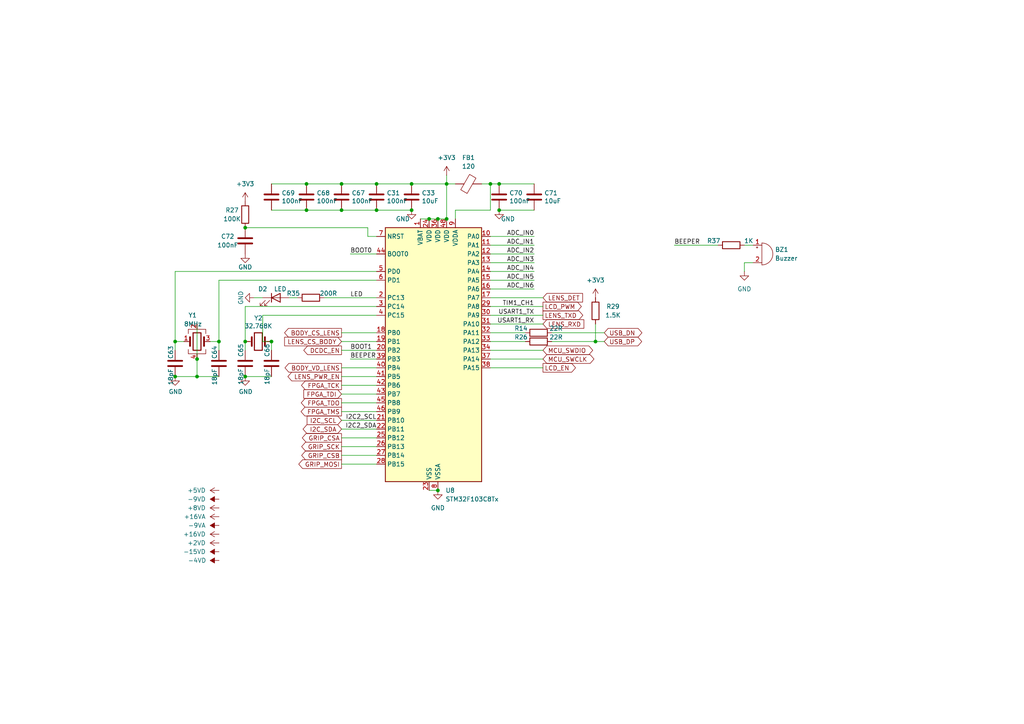
<source format=kicad_sch>
(kicad_sch (version 20231120) (generator "eeschema") (generator_version "8.0")
  (paper "A4")
  (title_block (title "Sitina 1 IO Board") (date "2024-03-08") (rev "R0.9") (company "Copyright 2024 Wenting Zhang, Anhang Li"))
  (lib_symbols
    (symbol "Device:Buzzer" (pin_names (offset 0.0254) hide)
      (property "Reference" "BZ" (at 3.81 1.27 0))
      (property "Value" "Buzzer" (at 3.81 -1.27 0))
      (symbol "Buzzer_0_1"
        (arc (start 0 -3.175) (mid 3.1612 0) (end 0 3.175))
        (polyline (pts (xy -1.651 1.905) (xy -1.143 1.905)))
        (polyline (pts (xy -1.397 2.159) (xy -1.397 1.651)))
        (polyline (pts (xy 0 3.175) (xy 0 -3.175)))
      )
      (symbol "Buzzer_1_1"
        (pin passive line (at -2.54 2.54 0) (length 2.54) (name "+") (number "1"))
        (pin passive line (at -2.54 -2.54 0) (length 2.54) (name "-") (number "2"))
      )
    )
    (symbol "Device:C" (pin_numbers hide) (pin_names (offset 0.254))
      (property "Reference" "C" (at 0.635 2.54 0))
      (property "Value" "C" (at 0.635 -2.54 0))
      (symbol "C_0_1"
        (polyline (pts (xy -2.032 -0.762) (xy 2.032 -0.762)) (stroke (width 0.508)))
        (polyline (pts (xy -2.032 0.762) (xy 2.032 0.762)) (stroke (width 0.508)))
      )
      (symbol "C_1_1"
        (pin passive line (at 0 3.81 270) (length 2.794) (name "~") (number "1"))
        (pin passive line (at 0 -3.81 90) (length 2.794) (name "~") (number "2"))
      )
    )
    (symbol "Device:Crystal" (pin_numbers hide) (pin_names (offset 1.016) hide)
      (property "Reference" "Y" (at 0 3.81 0))
      (property "Value" "Crystal" (at 0 -3.81 0))
      (symbol "Crystal_0_1"
        (rectangle (start -1.143 2.54) (end 1.143 -2.54) (stroke (width 0.3048)))
        (polyline (pts (xy -2.54 0) (xy -1.905 0)))
        (polyline (pts (xy -1.905 -1.27) (xy -1.905 1.27)) (stroke (width 0.508)))
        (polyline (pts (xy 1.905 -1.27) (xy 1.905 1.27)) (stroke (width 0.508)))
        (polyline (pts (xy 2.54 0) (xy 1.905 0)))
      )
      (symbol "Crystal_1_1"
        (pin passive line (at -3.81 0 0) (length 1.27) (name "1") (number "1"))
        (pin passive line (at 3.81 0 180) (length 1.27) (name "2") (number "2"))
      )
    )
    (symbol "Device:Crystal_GND24" (pin_names (offset 1.016) hide)
      (property "Reference" "Y" (at 3.175 5.08 0))
      (property "Value" "Crystal_GND24" (at 3.175 3.175 0))
      (symbol "Crystal_GND24_0_1"
        (rectangle (start -1.143 2.54) (end 1.143 -2.54) (stroke (width 0.3048)))
        (polyline (pts (xy -2.54 0) (xy -2.032 0)))
        (polyline (pts (xy -2.032 -1.27) (xy -2.032 1.27)) (stroke (width 0.508)))
        (polyline (pts (xy 0 -3.81) (xy 0 -3.556)))
        (polyline (pts (xy 0 3.556) (xy 0 3.81)))
        (polyline (pts (xy 2.032 -1.27) (xy 2.032 1.27)) (stroke (width 0.508)))
        (polyline (pts (xy 2.032 0) (xy 2.54 0)))
        (polyline (pts (xy -2.54 -2.286) (xy -2.54 -3.556) (xy 2.54 -3.556) (xy 2.54 -2.286)))
        (polyline (pts (xy -2.54 2.286) (xy -2.54 3.556) (xy 2.54 3.556) (xy 2.54 2.286)))
      )
      (symbol "Crystal_GND24_1_1"
        (pin passive line (at -3.81 0 0) (length 1.27) (name "1") (number "1"))
        (pin passive line (at 0 5.08 270) (length 1.27) (name "2") (number "2"))
        (pin passive line (at 3.81 0 180) (length 1.27) (name "3") (number "3"))
        (pin passive line (at 0 -5.08 90) (length 1.27) (name "4") (number "4"))
      )
    )
    (symbol "Device:FerriteBead" (pin_numbers hide) (pin_names (offset 0))
      (property "Reference" "FB" (at -3.81 0.635 90))
      (property "Value" "FerriteBead" (at 3.81 0 90))
      (symbol "FerriteBead_0_1"
        (polyline (pts (xy 0 -1.27) (xy 0 -1.2192)))
        (polyline (pts (xy 0 1.27) (xy 0 1.2954)))
        (polyline (pts (xy -2.7686 0.4064) (xy -1.7018 2.2606) (xy 2.7686 -0.3048) (xy 1.6764 -2.159) (xy -2.7686 0.4064)))
      )
      (symbol "FerriteBead_1_1"
        (pin passive line (at 0 3.81 270) (length 2.54) (name "~") (number "1"))
        (pin passive line (at 0 -3.81 90) (length 2.54) (name "~") (number "2"))
      )
    )
    (symbol "Device:LED" (pin_numbers hide) (pin_names (offset 1.016) hide)
      (property "Reference" "D" (at 0 2.54 0))
      (property "Value" "LED" (at 0 -2.54 0))
      (symbol "LED_0_1"
        (polyline (pts (xy -1.27 -1.27) (xy -1.27 1.27)) (stroke (width 0.254)))
        (polyline (pts (xy -1.27 0) (xy 1.27 0)))
        (polyline (pts (xy 1.27 -1.27) (xy 1.27 1.27) (xy -1.27 0) (xy 1.27 -1.27)) (stroke (width 0.254)))
        (polyline (pts (xy -3.048 -0.762) (xy -4.572 -2.286) (xy -3.81 -2.286) (xy -4.572 -2.286) (xy -4.572 -1.524)))
        (polyline (pts (xy -1.778 -0.762) (xy -3.302 -2.286) (xy -2.54 -2.286) (xy -3.302 -2.286) (xy -3.302 -1.524)))
      )
      (symbol "LED_1_1"
        (pin passive line (at -3.81 0 0) (length 2.54) (name "K") (number "1"))
        (pin passive line (at 3.81 0 180) (length 2.54) (name "A") (number "2"))
      )
    )
    (symbol "Device:R" (pin_numbers hide) (pin_names (offset 0))
      (property "Reference" "R" (at 2.032 0 90))
      (property "Value" "R" (at 0 0 90))
      (symbol "R_0_1"
        (rectangle (start -1.016 -2.54) (end 1.016 2.54) (stroke (width 0.254)))
      )
      (symbol "R_1_1"
        (pin passive line (at 0 3.81 270) (length 1.27) (name "~") (number "1"))
        (pin passive line (at 0 -3.81 90) (length 1.27) (name "~") (number "2"))
      )
    )
    (symbol "MCU_ST_STM32F1:STM32F103C8Tx"
      (property "Reference" "U" (at -12.7 39.37 0))
      (property "Value" "STM32F103C8Tx" (at 10.16 39.37 0))
      (symbol "STM32F103C8Tx_0_1"
        (rectangle (start -12.7 -35.56) (end 15.24 38.1) (stroke (width 0.254)) (fill (type background)))
      )
      (symbol "STM32F103C8Tx_1_1"
        (pin power_in line (at -2.54 40.64 270) (length 2.54) (name "VBAT") (number "1"))
        (pin bidirectional line (at 17.78 35.56 180) (length 2.54) (name "PA0") (number "10"))
        (pin bidirectional line (at 17.78 33.02 180) (length 2.54) (name "PA1") (number "11"))
        (pin bidirectional line (at 17.78 30.48 180) (length 2.54) (name "PA2") (number "12"))
        (pin bidirectional line (at 17.78 27.94 180) (length 2.54) (name "PA3") (number "13"))
        (pin bidirectional line (at 17.78 25.4 180) (length 2.54) (name "PA4") (number "14"))
        (pin bidirectional line (at 17.78 22.86 180) (length 2.54) (name "PA5") (number "15"))
        (pin bidirectional line (at 17.78 20.32 180) (length 2.54) (name "PA6") (number "16"))
        (pin bidirectional line (at 17.78 17.78 180) (length 2.54) (name "PA7") (number "17"))
        (pin bidirectional line (at -15.24 7.62 0) (length 2.54) (name "PB0") (number "18"))
        (pin bidirectional line (at -15.24 5.08 0) (length 2.54) (name "PB1") (number "19"))
        (pin bidirectional line (at -15.24 17.78 0) (length 2.54) (name "PC13") (number "2"))
        (pin bidirectional line (at -15.24 2.54 0) (length 2.54) (name "PB2") (number "20"))
        (pin bidirectional line (at -15.24 -17.78 0) (length 2.54) (name "PB10") (number "21"))
        (pin bidirectional line (at -15.24 -20.32 0) (length 2.54) (name "PB11") (number "22"))
        (pin power_in line (at 0 -38.1 90) (length 2.54) (name "VSS") (number "23"))
        (pin power_in line (at 0 40.64 270) (length 2.54) (name "VDD") (number "24"))
        (pin bidirectional line (at -15.24 -22.86 0) (length 2.54) (name "PB12") (number "25"))
        (pin bidirectional line (at -15.24 -25.4 0) (length 2.54) (name "PB13") (number "26"))
        (pin bidirectional line (at -15.24 -27.94 0) (length 2.54) (name "PB14") (number "27"))
        (pin bidirectional line (at -15.24 -30.48 0) (length 2.54) (name "PB15") (number "28"))
        (pin bidirectional line (at 17.78 15.24 180) (length 2.54) (name "PA8") (number "29"))
        (pin bidirectional line (at -15.24 15.24 0) (length 2.54) (name "PC14") (number "3"))
        (pin bidirectional line (at 17.78 12.7 180) (length 2.54) (name "PA9") (number "30"))
        (pin bidirectional line (at 17.78 10.16 180) (length 2.54) (name "PA10") (number "31"))
        (pin bidirectional line (at 17.78 7.62 180) (length 2.54) (name "PA11") (number "32"))
        (pin bidirectional line (at 17.78 5.08 180) (length 2.54) (name "PA12") (number "33"))
        (pin bidirectional line (at 17.78 2.54 180) (length 2.54) (name "PA13") (number "34"))
        (pin passive line (at 0 -38.1 90) (length 2.54) hide (name "VSS") (number "35"))
        (pin power_in line (at 2.54 40.64 270) (length 2.54) (name "VDD") (number "36"))
        (pin bidirectional line (at 17.78 0 180) (length 2.54) (name "PA14") (number "37"))
        (pin bidirectional line (at 17.78 -2.54 180) (length 2.54) (name "PA15") (number "38"))
        (pin bidirectional line (at -15.24 0 0) (length 2.54) (name "PB3") (number "39"))
        (pin bidirectional line (at -15.24 12.7 0) (length 2.54) (name "PC15") (number "4"))
        (pin bidirectional line (at -15.24 -2.54 0) (length 2.54) (name "PB4") (number "40"))
        (pin bidirectional line (at -15.24 -5.08 0) (length 2.54) (name "PB5") (number "41"))
        (pin bidirectional line (at -15.24 -7.62 0) (length 2.54) (name "PB6") (number "42"))
        (pin bidirectional line (at -15.24 -10.16 0) (length 2.54) (name "PB7") (number "43"))
        (pin input line (at -15.24 30.48 0) (length 2.54) (name "BOOT0") (number "44"))
        (pin bidirectional line (at -15.24 -12.7 0) (length 2.54) (name "PB8") (number "45"))
        (pin bidirectional line (at -15.24 -15.24 0) (length 2.54) (name "PB9") (number "46"))
        (pin passive line (at 0 -38.1 90) (length 2.54) hide (name "VSS") (number "47"))
        (pin power_in line (at 5.08 40.64 270) (length 2.54) (name "VDD") (number "48"))
        (pin bidirectional line (at -15.24 25.4 0) (length 2.54) (name "PD0") (number "5"))
        (pin bidirectional line (at -15.24 22.86 0) (length 2.54) (name "PD1") (number "6"))
        (pin input line (at -15.24 35.56 0) (length 2.54) (name "NRST") (number "7"))
        (pin power_in line (at 2.54 -38.1 90) (length 2.54) (name "VSSA") (number "8"))
        (pin power_in line (at 7.62 40.64 270) (length 2.54) (name "VDDA") (number "9"))
      )
    )
    (symbol "power:+3V3" (power) (pin_numbers hide) (pin_names (offset 0) hide)
      (property "Value" "+3V3" (at 0 3.556 0))
      (symbol "+3V3_0_1"
        (polyline (pts (xy -0.762 1.27) (xy 0 2.54)))
        (polyline (pts (xy 0 0) (xy 0 2.54)))
        (polyline (pts (xy 0 2.54) (xy 0.762 1.27)))
      )
      (symbol "+3V3_1_1"
        (pin power_in line (at 0 0 90) (length 0) (name "~") (number "1"))
      )
    )
    (symbol "power:GND" (power) (pin_numbers hide) (pin_names (offset 0) hide)
      (property "Value" "GND" (at 0 -3.81 0))
      (symbol "GND_0_1"
        (polyline (pts (xy 0 0) (xy 0 -1.27) (xy 1.27 -1.27) (xy 0 -2.54) (xy -1.27 -1.27) (xy 0 -1.27)))
      )
      (symbol "GND_1_1"
        (pin power_in line (at 0 0 270) (length 0) (name "~") (number "1"))
      )
    )
    (symbol "power:VDC" (power) (pin_numbers hide) (pin_names (offset 0) hide)
      (property "Value" "VDC" (at 0 3.556 0))
      (symbol "VDC_0_1"
        (polyline (pts (xy -0.762 1.27) (xy 0 2.54)))
        (polyline (pts (xy 0 0) (xy 0 2.54)))
        (polyline (pts (xy 0 2.54) (xy 0.762 1.27)))
      )
      (symbol "VDC_1_1"
        (pin power_in line (at 0 0 90) (length 0) (name "~") (number "1"))
      )
    )
    (symbol "power:VEE" (power) (pin_numbers hide) (pin_names (offset 0) hide)
      (property "Value" "VEE" (at 0 3.556 0))
      (symbol "VEE_0_1"
        (polyline (pts (xy 0 0) (xy 0 2.54)))
        (polyline (pts (xy 0.762 1.27) (xy -0.762 1.27) (xy 0 2.54) (xy 0.762 1.27)) (fill (type outline)))
      )
      (symbol "VEE_1_1"
        (pin power_in line (at 0 0 90) (length 0) (name "~") (number "1"))
      )
    )
  )
  (junction (at 71.12 99.06))
  (junction (at 88.9 60.96))
  (junction (at 71.12 109.22) (diameter 0.9144))
  (junction (at 144.78 60.96))
  (junction (at 172.72 99.06))
  (junction (at 99.06 53.34))
  (junction (at 124.46 63.5))
  (junction (at 129.54 53.34))
  (junction (at 127 63.5))
  (junction (at 109.22 53.34))
  (junction (at 144.78 53.34))
  (junction (at 50.8 109.22) (diameter 0.9144))
  (junction (at 129.54 63.5))
  (junction (at 57.15 104.14) (diameter 0.9144))
  (junction (at 119.38 60.96))
  (junction (at 127 142.24))
  (junction (at 99.06 60.96))
  (junction (at 142.24 53.34))
  (junction (at 78.74 99.06) (diameter 0.9144))
  (junction (at 88.9 53.34))
  (junction (at 57.15 109.22) (diameter 0.9144))
  (junction (at 119.38 53.34))
  (junction (at 50.8 99.06) (diameter 0.9144))
  (junction (at 109.22 60.96))
  (junction (at 63.5 99.06) (diameter 0.9144))
  (junction (at 71.12 66.04))
  (wire (pts (xy 142.24 53.34) (xy 144.78 53.34)))
  (wire (pts (xy 78.74 101.6) (xy 78.74 99.06)))
  (wire (pts (xy 78.74 53.34) (xy 88.9 53.34)))
  (wire (pts (xy 142.24 76.2) (xy 154.94 76.2)))
  (wire (pts (xy 63.5 109.22) (xy 57.15 109.22)))
  (wire (pts (xy 60.96 99.06) (xy 63.5 99.06)))
  (wire (pts (xy 57.15 104.14) (xy 57.15 109.22)))
  (wire (pts (xy 195.58 71.12) (xy 208.28 71.12)))
  (wire (pts (xy 99.06 127) (xy 109.22 127)))
  (wire (pts (xy 129.54 53.34) (xy 119.38 53.34)))
  (wire (pts (xy 57.15 109.22) (xy 50.8 109.22)))
  (wire (pts (xy 160.02 99.06) (xy 172.72 99.06)))
  (wire (pts (xy 99.06 116.84) (xy 109.22 116.84)))
  (wire (pts (xy 142.24 60.96) (xy 142.24 53.34)))
  (wire (pts (xy 109.22 68.58) (xy 106.68 68.58)))
  (wire (pts (xy 142.24 83.82) (xy 154.94 83.82)))
  (wire (pts (xy 142.24 81.28) (xy 154.94 81.28)))
  (wire (pts (xy 106.68 68.58) (xy 106.68 66.04)))
  (wire (pts (xy 144.78 53.34) (xy 154.94 53.34)))
  (wire (pts (xy 50.8 78.74) (xy 109.22 78.74)))
  (wire (pts (xy 57.15 93.98) (xy 57.15 104.14)))
  (wire (pts (xy 99.06 134.62) (xy 109.22 134.62)))
  (wire (pts (xy 71.12 88.9) (xy 109.22 88.9)))
  (wire (pts (xy 142.24 86.36) (xy 157.48 86.36)))
  (wire (pts (xy 142.24 91.44) (xy 157.48 91.44)))
  (wire (pts (xy 109.22 121.92) (xy 99.06 121.92)))
  (wire (pts (xy 139.7 53.34) (xy 142.24 53.34)))
  (wire (pts (xy 215.9 71.12) (xy 218.44 71.12)))
  (wire (pts (xy 101.6 104.14) (xy 109.22 104.14)))
  (wire (pts (xy 99.06 60.96) (xy 109.22 60.96)))
  (wire (pts (xy 93.98 86.36) (xy 109.22 86.36)))
  (wire (pts (xy 119.38 53.34) (xy 109.22 53.34)))
  (wire (pts (xy 109.22 60.96) (xy 119.38 60.96)))
  (wire (pts (xy 99.06 111.76) (xy 109.22 111.76)))
  (wire (pts (xy 142.24 96.52) (xy 152.4 96.52)))
  (wire (pts (xy 144.78 60.96) (xy 154.94 60.96)))
  (wire (pts (xy 132.08 63.5) (xy 132.08 60.96)))
  (wire (pts (xy 76.2 91.44) (xy 76.2 99.06)))
  (wire (pts (xy 129.54 63.5) (xy 129.54 53.34)))
  (wire (pts (xy 127 63.5) (xy 129.54 63.5)))
  (wire (pts (xy 215.9 76.2) (xy 215.9 78.74)))
  (wire (pts (xy 76.2 86.36) (xy 73.66 86.36)))
  (wire (pts (xy 172.72 99.06) (xy 175.26 99.06)))
  (wire (pts (xy 142.24 88.9) (xy 157.48 88.9)))
  (wire (pts (xy 132.08 60.96) (xy 142.24 60.96)))
  (wire (pts (xy 53.34 99.06) (xy 50.8 99.06)))
  (wire (pts (xy 109.22 124.46) (xy 99.06 124.46)))
  (wire (pts (xy 78.74 109.22) (xy 71.12 109.22)))
  (wire (pts (xy 99.06 114.3) (xy 109.22 114.3)))
  (wire (pts (xy 142.24 106.68) (xy 157.48 106.68)))
  (wire (pts (xy 160.02 96.52) (xy 175.26 96.52)))
  (wire (pts (xy 71.12 101.6) (xy 71.12 99.06)))
  (wire (pts (xy 142.24 68.58) (xy 154.94 68.58)))
  (wire (pts (xy 63.5 99.06) (xy 63.5 101.6)))
  (wire (pts (xy 129.54 50.8) (xy 129.54 53.34)))
  (wire (pts (xy 106.68 66.04) (xy 71.12 66.04)))
  (wire (pts (xy 172.72 93.98) (xy 172.72 99.06)))
  (wire (pts (xy 76.2 99.06) (xy 78.74 99.06)))
  (wire (pts (xy 63.5 81.28) (xy 63.5 99.06)))
  (wire (pts (xy 99.06 132.08) (xy 109.22 132.08)))
  (wire (pts (xy 142.24 73.66) (xy 154.94 73.66)))
  (wire (pts (xy 99.06 101.6) (xy 109.22 101.6)))
  (wire (pts (xy 109.22 96.52) (xy 99.06 96.52)))
  (wire (pts (xy 124.46 63.5) (xy 127 63.5)))
  (wire (pts (xy 109.22 99.06) (xy 99.06 99.06)))
  (wire (pts (xy 142.24 101.6) (xy 157.48 101.6)))
  (wire (pts (xy 99.06 129.54) (xy 109.22 129.54)))
  (wire (pts (xy 109.22 109.22) (xy 99.06 109.22)))
  (wire (pts (xy 218.44 76.2) (xy 215.9 76.2)))
  (wire (pts (xy 78.74 60.96) (xy 88.9 60.96)))
  (wire (pts (xy 99.06 53.34) (xy 109.22 53.34)))
  (wire (pts (xy 124.46 142.24) (xy 127 142.24)))
  (wire (pts (xy 142.24 93.98) (xy 157.48 93.98)))
  (wire (pts (xy 142.24 78.74) (xy 154.94 78.74)))
  (wire (pts (xy 142.24 104.14) (xy 157.48 104.14)))
  (wire (pts (xy 121.92 63.5) (xy 124.46 63.5)))
  (wire (pts (xy 71.12 88.9) (xy 71.12 99.06)))
  (wire (pts (xy 99.06 119.38) (xy 109.22 119.38)))
  (wire (pts (xy 50.8 78.74) (xy 50.8 99.06)))
  (wire (pts (xy 88.9 53.34) (xy 99.06 53.34)))
  (wire (pts (xy 142.24 71.12) (xy 154.94 71.12)))
  (wire (pts (xy 63.5 81.28) (xy 109.22 81.28)))
  (wire (pts (xy 88.9 60.96) (xy 99.06 60.96)))
  (wire (pts (xy 109.22 106.68) (xy 99.06 106.68)))
  (wire (pts (xy 83.82 86.36) (xy 86.36 86.36)))
  (wire (pts (xy 142.24 99.06) (xy 152.4 99.06)))
  (wire (pts (xy 101.6 73.66) (xy 109.22 73.66)))
  (wire (pts (xy 50.8 101.6) (xy 50.8 99.06)))
  (wire (pts (xy 129.54 53.34) (xy 132.08 53.34)))
  (wire (pts (xy 76.2 91.44) (xy 109.22 91.44)))
  (label "BOOT0" (at 101.6 73.66 0))
  (label "ADC_IN3" (at 154.94 76.2 180))
  (label "ADC_IN2" (at 154.94 73.66 180))
  (label "ADC_IN0" (at 154.94 68.58 180))
  (label "ADC_IN4" (at 154.94 78.74 180))
  (label "BEEPER" (at 101.6 104.14 0))
  (label "USART1_RX" (at 154.94 93.98 180))
  (label "LED" (at 101.6 86.36 0))
  (label "USART1_TX" (at 154.94 91.44 180))
  (label "ADC_IN5" (at 154.94 81.28 180))
  (label "I2C2_SDA" (at 109.22 124.46 180))
  (label "I2C2_SCL" (at 109.22 121.92 180))
  (label "ADC_IN6" (at 154.94 83.82 180))
  (label "BOOT1" (at 101.6 101.6 0))
  (label "TIM1_CH1" (at 154.94 88.9 180))
  (label "BEEPER" (at 195.58 71.12 0))
  (label "ADC_IN1" (at 154.94 71.12 180))
  (global_label "FPGA_TDI" (shape input) (at 99.06 114.3 180) (property "Intersheetrefs" "${INTERSHEET_REFS}" (effects (hide yes))))
  (global_label "FPGA_TMS" (shape output) (at 99.06 119.38 180) (property "Intersheetrefs" "${INTERSHEET_REFS}" (effects (hide yes))))
  (global_label "LENS_PWR_EN" (shape output) (at 99.06 109.22 180) (property "Intersheetrefs" "${INTERSHEET_REFS}" (effects (hide yes))))
  (global_label "BODY_VD_LENS" (shape output) (at 99.06 106.68 180) (property "Intersheetrefs" "${INTERSHEET_REFS}" (effects (hide yes))))
  (global_label "FPGA_TDO" (shape output) (at 99.06 116.84 180) (property "Intersheetrefs" "${INTERSHEET_REFS}" (effects (hide yes))))
  (global_label "I2C_SCL" (shape input) (at 99.06 121.92 180) (property "Intersheetrefs" "${INTERSHEET_REFS}" (effects (hide yes))))
  (global_label "USB_DP" (shape bidirectional) (at 175.26 99.06 0) (property "Intersheetrefs" "${INTERSHEET_REFS}" (effects (hide yes))))
  (global_label "LENS_TXD" (shape output) (at 157.48 91.44 0) (property "Intersheetrefs" "${INTERSHEET_REFS}" (effects (hide yes))))
  (global_label "DCDC_EN" (shape output) (at 99.06 101.6 180) (property "Intersheetrefs" "${INTERSHEET_REFS}" (effects (hide yes))))
  (global_label "GRIP_CSB" (shape output) (at 99.06 132.08 180) (property "Intersheetrefs" "${INTERSHEET_REFS}" (effects (hide yes))))
  (global_label "GRIP_MOSI" (shape output) (at 99.06 134.62 180) (property "Intersheetrefs" "${INTERSHEET_REFS}" (effects (hide yes))))
  (global_label "GRIP_CSA" (shape output) (at 99.06 127 180) (property "Intersheetrefs" "${INTERSHEET_REFS}" (effects (hide yes))))
  (global_label "LENS_DET" (shape input) (at 157.48 86.36 0) (property "Intersheetrefs" "${INTERSHEET_REFS}" (effects (hide yes))))
  (global_label "LENS_CS_BODY" (shape input) (at 99.06 99.06 180) (property "Intersheetrefs" "${INTERSHEET_REFS}" (effects (hide yes))))
  (global_label "BODY_CS_LENS" (shape output) (at 99.06 96.52 180) (property "Intersheetrefs" "${INTERSHEET_REFS}" (effects (hide yes))))
  (global_label "LCD_EN" (shape output) (at 157.48 106.68 0) (property "Intersheetrefs" "${INTERSHEET_REFS}" (effects (hide yes))))
  (global_label "USB_DN" (shape bidirectional) (at 175.26 96.52 0) (property "Intersheetrefs" "${INTERSHEET_REFS}" (effects (hide yes))))
  (global_label "I2C_SDA" (shape bidirectional) (at 99.06 124.46 180) (property "Intersheetrefs" "${INTERSHEET_REFS}" (effects (hide yes))))
  (global_label "MCU_SWCLK" (shape bidirectional) (at 157.48 104.14 0) (property "Intersheetrefs" "${INTERSHEET_REFS}" (effects (hide yes))))
  (global_label "LCD_PWM" (shape output) (at 157.48 88.9 0) (property "Intersheetrefs" "${INTERSHEET_REFS}" (effects (hide yes))))
  (global_label "MCU_SWDIO" (shape bidirectional) (at 157.48 101.6 0) (property "Intersheetrefs" "${INTERSHEET_REFS}" (effects (hide yes))))
  (global_label "GRIP_SCK" (shape output) (at 99.06 129.54 180) (property "Intersheetrefs" "${INTERSHEET_REFS}" (effects (hide yes))))
  (global_label "FPGA_TCK" (shape output) (at 99.06 111.76 180) (property "Intersheetrefs" "${INTERSHEET_REFS}" (effects (hide yes))))
  (global_label "LENS_RXD" (shape input) (at 157.48 93.98 0) (property "Intersheetrefs" "${INTERSHEET_REFS}" (effects (hide yes))))
  (symbol (lib_id "Device:C") (at 99.06 57.15 0) (unit 1)
    (property "Reference" "C67" (at 101.981 55.9816 0) (effects (justify left)))
    (property "Value" "100nF" (at 101.981 58.293 0) (effects (justify left)))
    (property "Footprint" "Capacitor_SMD:C_0402_1005Metric" (effects (hide yes)))
  )
  (symbol (lib_id "power:VEE") (at 63.5 162.56 90) (unit 1)
    (property "Reference" "#PWR0165" (effects (hide yes)))
    (property "Value" "-4VD" (at 57.15 162.56 90))
    (property "Description" "Power symbol creates a global label with name \"VEE\"" (effects (hide yes)))
  )
  (symbol (lib_id "Device:FerriteBead") (at 135.89 53.34 90) (unit 1)
    (property "Reference" "FB1" (at 135.89 45.72 90))
    (property "Value" "120" (at 135.89 48.26 90))
    (property "Footprint" "Inductor_SMD:L_0603_1608Metric" (effects (hide yes)))
  )
  (symbol (lib_id "Device:C") (at 78.74 57.15 0) (unit 1)
    (property "Reference" "C69" (at 81.661 55.9816 0) (effects (justify left)))
    (property "Value" "100nF" (at 81.661 58.293 0) (effects (justify left)))
    (property "Footprint" "Capacitor_SMD:C_0402_1005Metric" (effects (hide yes)))
  )
  (symbol (lib_id "MCU_ST_STM32F1:STM32F103C8Tx") (at 124.46 104.14 0) (unit 1)
    (property "Reference" "U8" (at 129.1941 142.24 0) (effects (justify left)))
    (property "Value" "STM32F103C8Tx" (at 129.1941 144.78 0) (effects (justify left)))
    (property "Footprint" "Package_QFP:LQFP-48_7x7mm_P0.5mm" (effects (hide yes)))
    (property "Datasheet" "https://www.st.com/resource/en/datasheet/stm32f103c8.pdf" (effects (hide yes)))
    (property "Description" "STMicroelectronics Arm Cortex-M3 MCU, 64KB flash, 20KB RAM, 72 MHz, 2.0-3.6V, 37 GPIO, LQFP48" (effects (hide yes)))
  )
  (symbol (lib_id "power:+3V3") (at 172.72 86.36 0) (unit 1)
    (property "Reference" "#PWR099" (effects (hide yes)))
    (property "Value" "+3V3" (at 172.72 81.28 0))
    (property "Description" "Power symbol creates a global label with name \"+3V3\"" (effects (hide yes)))
  )
  (symbol (lib_id "power:VEE") (at 63.5 152.4 90) (unit 1)
    (property "Reference" "#PWR0170" (effects (hide yes)))
    (property "Value" "-9VA" (at 59.69 152.3999 90) (effects (justify left)))
    (property "Description" "Power symbol creates a global label with name \"VEE\"" (effects (hide yes)))
  )
  (symbol (lib_id "power:VDC") (at 63.5 147.32 90) (unit 1)
    (property "Reference" "#PWR0168" (effects (hide yes)))
    (property "Value" "+8VD" (at 59.69 147.3199 90) (effects (justify left)))
    (property "Description" "Power symbol creates a global label with name \"VDC\"" (effects (hide yes)))
  )
  (symbol (lib_id "Device:C") (at 154.94 57.15 0) (unit 1)
    (property "Reference" "C71" (at 157.861 55.9816 0) (effects (justify left)))
    (property "Value" "10uF" (at 157.861 58.293 0) (effects (justify left)))
    (property "Footprint" "Capacitor_SMD:C_0603_1608Metric" (effects (hide yes)))
  )
  (symbol (lib_id "power:VEE") (at 63.5 160.02 90) (unit 1)
    (property "Reference" "#PWR0173" (effects (hide yes)))
    (property "Value" "-15VD" (at 59.69 160.0199 90) (effects (justify left)))
    (property "Description" "Power symbol creates a global label with name \"VEE\"" (effects (hide yes)))
  )
  (symbol (lib_id "Device:C") (at 71.12 105.41 180) (unit 1)
    (property "Reference" "C65" (at 69.85 101.6 90))
    (property "Value" "18pF" (at 69.85 109.22 90))
    (property "Footprint" "Capacitor_SMD:C_0402_1005Metric" (effects (hide yes)))
  )
  (symbol (lib_id "Device:R") (at 71.12 62.23 0) (unit 1)
    (property "Reference" "R27" (at 67.31 60.96 0))
    (property "Value" "100K" (at 67.31 63.5 0))
    (property "Footprint" "Resistor_SMD:R_0402_1005Metric" (effects (hide yes)))
  )
  (symbol (lib_id "Device:Crystal") (at 74.93 99.06 0) (unit 1)
    (property "Reference" "Y2" (at 74.93 92.2528 0))
    (property "Value" "32.768K" (at 74.93 94.5642 0))
    (property "Footprint" "Crystal:Crystal_SMD_TXC_9HT11-2Pin_2.0x1.2mm_HandSoldering" (effects (hide yes)))
  )
  (symbol (lib_id "power:GND") (at 215.9 78.74 0) (unit 1)
    (property "Reference" "#PWR027" (effects (hide yes)))
    (property "Value" "GND" (at 215.9 83.82 0))
    (property "Description" "Power symbol creates a global label with name \"GND\" , ground" (effects (hide yes)))
  )
  (symbol (lib_id "power:+3V3") (at 129.54 50.8 0) (unit 1)
    (property "Reference" "#PWR097" (effects (hide yes)))
    (property "Value" "+3V3" (at 129.54 45.72 0))
    (property "Description" "Power symbol creates a global label with name \"+3V3\"" (effects (hide yes)))
  )
  (symbol (lib_id "power:GND") (at 71.12 73.66 0) (unit 1)
    (property "Reference" "#PWR092" (effects (hide yes)))
    (property "Value" "GND" (at 71.12 77.47 0))
    (property "Description" "Power symbol creates a global label with name \"GND\" , ground" (effects (hide yes)))
  )
  (symbol (lib_id "power:VDC") (at 63.5 157.48 90) (unit 1)
    (property "Reference" "#PWR0172" (effects (hide yes)))
    (property "Value" "+2VD" (at 59.69 157.4799 90) (effects (justify left)))
    (property "Description" "Power symbol creates a global label with name \"VDC\"" (effects (hide yes)))
  )
  (symbol (lib_id "power:+3V3") (at 71.12 58.42 0) (unit 1)
    (property "Reference" "#PWR090" (effects (hide yes)))
    (property "Value" "+3V3" (at 71.12 53.34 0))
    (property "Description" "Power symbol creates a global label with name \"+3V3\"" (effects (hide yes)))
  )
  (symbol (lib_id "Device:C") (at 119.38 57.15 0) (unit 1)
    (property "Reference" "C33" (at 122.301 55.9816 0) (effects (justify left)))
    (property "Value" "10uF" (at 122.301 58.293 0) (effects (justify left)))
    (property "Footprint" "Capacitor_SMD:C_0603_1608Metric" (effects (hide yes)))
  )
  (symbol (lib_id "Device:LED") (at 80.01 86.36 0) (unit 1)
    (property "Reference" "D2" (at 76.2 83.82 0))
    (property "Value" "LED" (at 81.28 83.82 0))
    (property "Footprint" "LED_SMD:LED_0603_1608Metric" (effects (hide yes)))
    (property "Description" "Light emitting diode" (effects (hide yes)))
  )
  (symbol (lib_id "power:VDC") (at 63.5 154.94 90) (unit 1)
    (property "Reference" "#PWR0171" (effects (hide yes)))
    (property "Value" "+16VD" (at 59.69 154.9399 90) (effects (justify left)))
    (property "Description" "Power symbol creates a global label with name \"VDC\"" (effects (hide yes)))
  )
  (symbol (lib_id "power:GND") (at 119.38 60.96 0) (unit 1)
    (property "Reference" "#PWR098" (effects (hide yes)))
    (property "Value" "GND" (at 116.84 63.5 0))
    (property "Description" "Power symbol creates a global label with name \"GND\" , ground" (effects (hide yes)))
  )
  (symbol (lib_id "power:GND") (at 50.8 109.22 0) (unit 1)
    (property "Reference" "#PWR060" (effects (hide yes)))
    (property "Value" "GND" (at 50.927 113.6142 0))
  )
  (symbol (lib_id "Device:R") (at 156.21 99.06 270) (unit 1)
    (property "Reference" "R26" (at 151.13 97.79 90))
    (property "Value" "22R" (at 161.29 97.79 90))
    (property "Footprint" "Resistor_SMD:R_0402_1005Metric" (effects (hide yes)))
  )
  (symbol (lib_id "Device:R") (at 156.21 96.52 270) (unit 1)
    (property "Reference" "R14" (at 151.13 95.25 90))
    (property "Value" "22R" (at 161.29 95.25 90))
    (property "Footprint" "Resistor_SMD:R_0402_1005Metric" (effects (hide yes)))
  )
  (symbol (lib_id "Device:R") (at 90.17 86.36 270) (unit 1)
    (property "Reference" "R35" (at 85.09 85.09 90))
    (property "Value" "200R" (at 95.25 85.09 90))
    (property "Footprint" "Resistor_SMD:R_0402_1005Metric" (effects (hide yes)))
  )
  (symbol (lib_id "Device:R") (at 172.72 90.17 0) (unit 1)
    (property "Reference" "R29" (at 177.8 88.9 0))
    (property "Value" "1.5K" (at 177.8 91.44 0))
    (property "Footprint" "Resistor_SMD:R_0402_1005Metric" (effects (hide yes)))
  )
  (symbol (lib_id "power:VDC") (at 63.5 142.24 90) (unit 1)
    (property "Reference" "#PWR0109" (effects (hide yes)))
    (property "Value" "+5VD" (at 59.69 142.2399 90) (effects (justify left)))
    (property "Description" "Power symbol creates a global label with name \"VDC\"" (effects (hide yes)))
  )
  (symbol (lib_id "Device:Buzzer") (at 220.98 73.66 0) (unit 1)
    (property "Reference" "BZ1" (at 224.79 72.3899 0) (effects (justify left)))
    (property "Value" "Buzzer" (at 224.79 74.9299 0) (effects (justify left)))
    (property "Footprint" "Connector_PinHeader_2.54mm:PinHeader_1x02_P2.54mm_Vertical" (effects (hide yes)))
    (property "Description" "Buzzer, polarized" (effects (hide yes)))
  )
  (symbol (lib_id "Device:C") (at 109.22 57.15 0) (unit 1)
    (property "Reference" "C31" (at 112.141 55.9816 0) (effects (justify left)))
    (property "Value" "100nF" (at 112.141 58.293 0) (effects (justify left)))
    (property "Footprint" "Capacitor_SMD:C_0402_1005Metric" (effects (hide yes)))
  )
  (symbol (lib_id "Device:C") (at 144.78 57.15 0) (unit 1)
    (property "Reference" "C70" (at 147.701 55.9816 0) (effects (justify left)))
    (property "Value" "100nF" (at 147.701 58.293 0) (effects (justify left)))
    (property "Footprint" "Capacitor_SMD:C_0402_1005Metric" (effects (hide yes)))
  )
  (symbol (lib_id "Device:R") (at 212.09 71.12 270) (unit 1)
    (property "Reference" "R37" (at 207.01 69.85 90))
    (property "Value" "1K" (at 217.17 69.85 90))
    (property "Footprint" "Resistor_SMD:R_0402_1005Metric" (effects (hide yes)))
  )
  (symbol (lib_id "power:VEE") (at 63.5 144.78 90) (unit 1)
    (property "Reference" "#PWR0167" (effects (hide yes)))
    (property "Value" "-9VD" (at 59.69 144.7799 90) (effects (justify left)))
    (property "Description" "Power symbol creates a global label with name \"VEE\"" (effects (hide yes)))
  )
  (symbol (lib_id "power:GND") (at 71.12 109.22 0) (unit 1)
    (property "Reference" "#PWR087" (effects (hide yes)))
    (property "Value" "GND" (at 71.247 113.6142 0))
  )
  (symbol (lib_id "Device:C") (at 63.5 105.41 0) (unit 1)
    (property "Reference" "C64" (at 62.23 104.14 90) (effects (justify left)))
    (property "Value" "18pF" (at 62.23 111.76 90) (effects (justify left)))
    (property "Footprint" "Capacitor_SMD:C_0402_1005Metric" (effects (hide yes)))
  )
  (symbol (lib_id "Device:Crystal_GND24") (at 57.15 99.06 0) (unit 1)
    (property "Reference" "Y1" (at 54.61 91.44 0) (effects (justify left)))
    (property "Value" "8MHz" (at 53.34 93.98 0) (effects (justify left)))
    (property "Footprint" "Oscillator:Oscillator_SMD_Abracon_ASE-4Pin_3.2x2.5mm" (effects (hide yes)))
  )
  (symbol (lib_id "power:GND") (at 127 142.24 0) (unit 1)
    (property "Reference" "#PWR091" (effects (hide yes)))
    (property "Value" "GND" (at 127 147.32 0))
    (property "Description" "Power symbol creates a global label with name \"GND\" , ground" (effects (hide yes)))
  )
  (symbol (lib_id "power:GND") (at 73.66 86.36 270) (unit 1)
    (property "Reference" "#PWR0132" (effects (hide yes)))
    (property "Value" "GND" (at 69.85 86.36 0))
    (property "Description" "Power symbol creates a global label with name \"GND\" , ground" (effects (hide yes)))
  )
  (symbol (lib_id "Device:C") (at 71.12 69.85 180) (unit 1)
    (property "Reference" "C72" (at 66.04 68.58 0))
    (property "Value" "100nF" (at 66.04 71.12 0))
    (property "Footprint" "Capacitor_SMD:C_0402_1005Metric" (effects (hide yes)))
  )
  (symbol (lib_id "Device:C") (at 78.74 105.41 180) (unit 1)
    (property "Reference" "C66" (at 77.47 101.6 90))
    (property "Value" "18pF" (at 77.47 109.22 90))
    (property "Footprint" "Capacitor_SMD:C_0402_1005Metric" (effects (hide yes)))
  )
  (symbol (lib_id "power:VDC") (at 63.5 149.86 90) (unit 1)
    (property "Reference" "#PWR0169" (effects (hide yes)))
    (property "Value" "+16VA" (at 59.69 149.8599 90) (effects (justify left)))
    (property "Description" "Power symbol creates a global label with name \"VDC\"" (effects (hide yes)))
  )
  (symbol (lib_id "Device:C") (at 50.8 105.41 0) (unit 1)
    (property "Reference" "C63" (at 49.53 104.14 90) (effects (justify left)))
    (property "Value" "18pF" (at 49.53 111.76 90) (effects (justify left)))
    (property "Footprint" "Capacitor_SMD:C_0402_1005Metric" (effects (hide yes)))
  )
  (symbol (lib_id "Device:C") (at 88.9 57.15 0) (unit 1)
    (property "Reference" "C68" (at 91.821 55.9816 0) (effects (justify left)))
    (property "Value" "100nF" (at 91.821 58.293 0) (effects (justify left)))
    (property "Footprint" "Capacitor_SMD:C_0402_1005Metric" (effects (hide yes)))
  )
  (symbol (lib_id "power:GND") (at 144.78 60.96 0) (mirror y) (unit 1)
    (property "Reference" "#PWR088" (effects (hide yes)))
    (property "Value" "GND" (at 147.32 63.5 0))
    (property "Description" "Power symbol creates a global label with name \"GND\" , ground" (effects (hide yes)))
  )
)
</source>
